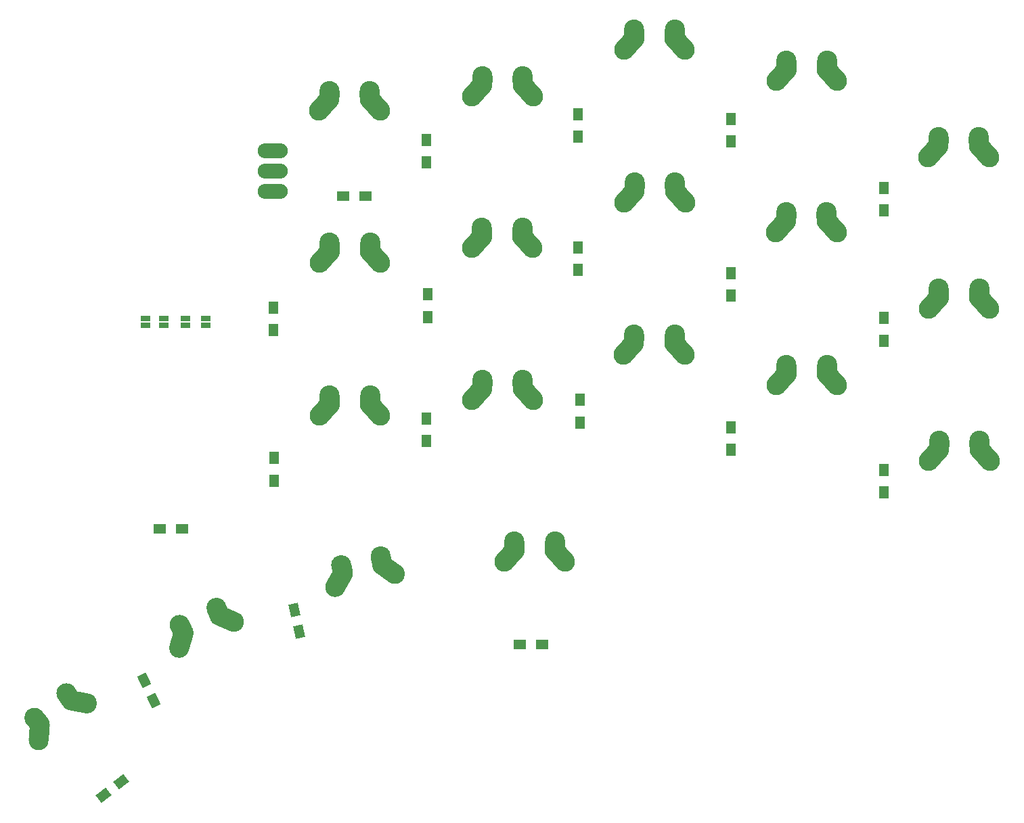
<source format=gbr>
%TF.GenerationSoftware,KiCad,Pcbnew,(5.99.0-11550-g369d813a32)*%
%TF.CreationDate,2022-01-17T19:26:53+05:30*%
%TF.ProjectId,Pteron36v0,50746572-6f6e-4333-9676-302e6b696361,rev?*%
%TF.SameCoordinates,Original*%
%TF.FileFunction,Paste,Bot*%
%TF.FilePolarity,Positive*%
%FSLAX46Y46*%
G04 Gerber Fmt 4.6, Leading zero omitted, Abs format (unit mm)*
G04 Created by KiCad (PCBNEW (5.99.0-11550-g369d813a32)) date 2022-01-17 19:26:53*
%MOMM*%
%LPD*%
G01*
G04 APERTURE LIST*
G04 Aperture macros list*
%AMHorizOval*
0 Thick line with rounded ends*
0 $1 width*
0 $2 $3 position (X,Y) of the first rounded end (center of the circle)*
0 $4 $5 position (X,Y) of the second rounded end (center of the circle)*
0 Add line between two ends*
20,1,$1,$2,$3,$4,$5,0*
0 Add two circle primitives to create the rounded ends*
1,1,$1,$2,$3*
1,1,$1,$4,$5*%
%AMRotRect*
0 Rectangle, with rotation*
0 The origin of the aperture is its center*
0 $1 length*
0 $2 width*
0 $3 Rotation angle, in degrees counterclockwise*
0 Add horizontal line*
21,1,$1,$2,0,0,$3*%
G04 Aperture macros list end*
%ADD10HorizOval,2.500000X-0.964041X0.180415X0.964041X-0.180415X0*%
%ADD11HorizOval,2.500000X-0.160675X0.242247X0.160675X-0.242247X0*%
%ADD12HorizOval,2.500000X-0.192407X0.217898X0.192407X-0.217898X0*%
%ADD13HorizOval,2.500000X0.075244X0.977887X-0.075244X-0.977887X0*%
%ADD14HorizOval,2.500000X-0.654995X0.730004X0.654995X-0.730004X0*%
%ADD15HorizOval,2.500000X-0.019999X-0.290000X0.019999X0.290000X0*%
%ADD16HorizOval,2.500000X-0.019999X0.290000X0.019999X-0.290000X0*%
%ADD17HorizOval,2.500000X0.654995X0.730004X-0.654995X-0.730004X0*%
%ADD18HorizOval,2.500000X-0.797471X0.570933X0.797471X-0.570933X0*%
%ADD19HorizOval,2.500000X-0.043243X0.287455X0.043243X-0.287455X0*%
%ADD20HorizOval,2.500000X0.481468X0.854467X-0.481468X-0.854467X0*%
%ADD21HorizOval,2.500000X-0.082293X0.278797X0.082293X-0.278797X0*%
%ADD22R,1.200000X1.600000*%
%ADD23R,1.600000X1.200000*%
%ADD24HorizOval,2.500000X-0.902141X0.384796X0.902141X-0.384796X0*%
%ADD25HorizOval,2.500000X-0.104434X0.271281X0.104434X-0.271281X0*%
%ADD26HorizOval,2.500000X-0.140685X0.254377X0.140685X-0.254377X0*%
%ADD27HorizOval,2.500000X0.285114X0.938422X-0.285114X-0.938422X0*%
%ADD28RotRect,1.600000X1.200000X37.500000*%
%ADD29RotRect,1.600000X1.200000X115.000000*%
%ADD30RotRect,1.600000X1.200000X102.500000*%
%ADD31R,1.270000X0.635000*%
%ADD32O,3.759200X1.879600*%
G04 APERTURE END LIST*
D10*
%TO.C,SW20*%
X118683603Y-140508084D03*
D11*
X117254506Y-139688751D03*
D12*
X113256005Y-142756908D03*
D13*
X113677543Y-144349369D03*
%TD*%
D14*
%TO.C,SW27*%
X155689645Y-84864727D03*
D15*
X155054645Y-83344727D03*
D16*
X150014645Y-83344727D03*
D17*
X149379645Y-84864727D03*
%TD*%
D15*
%TO.C,SW19*%
X193134760Y-94810009D03*
D14*
X193769760Y-96330009D03*
D16*
X188094760Y-94810009D03*
D17*
X187459760Y-96330009D03*
%TD*%
D15*
%TO.C,SW26*%
X155011001Y-64309832D03*
D14*
X155646001Y-65829832D03*
D17*
X149336001Y-65829832D03*
D16*
X149971001Y-64309832D03*
%TD*%
D15*
%TO.C,SW23*%
X174097782Y-81459207D03*
D14*
X174732782Y-82979207D03*
D17*
X168422782Y-82979207D03*
D16*
X169057782Y-81459207D03*
%TD*%
D14*
%TO.C,SW28*%
X155709023Y-103990179D03*
D15*
X155074023Y-102470179D03*
D16*
X150034023Y-102470179D03*
D17*
X149399023Y-103990179D03*
%TD*%
D14*
%TO.C,SW22*%
X174779694Y-63968582D03*
D15*
X174144694Y-62448582D03*
D16*
X169104694Y-62448582D03*
D17*
X168469694Y-63968582D03*
%TD*%
D15*
%TO.C,SW24*%
X174141427Y-100494103D03*
D14*
X174776427Y-102014103D03*
D16*
X169101427Y-100494103D03*
D17*
X168466427Y-102014103D03*
%TD*%
D15*
%TO.C,SW12*%
X212222729Y-60519418D03*
D14*
X212857729Y-62039418D03*
D16*
X207182729Y-60519418D03*
D17*
X206547729Y-62039418D03*
%TD*%
D18*
%TO.C,SW10*%
X157377854Y-123938379D03*
D19*
X156428918Y-122591848D03*
D20*
X151217427Y-125304113D03*
D21*
X151508386Y-123682704D03*
%TD*%
D15*
%TO.C,SW9*%
X231297191Y-108141435D03*
D14*
X231932191Y-109661435D03*
D17*
X225622191Y-109661435D03*
D16*
X226257191Y-108141435D03*
%TD*%
D15*
%TO.C,SW8*%
X231253550Y-89106534D03*
D14*
X231888550Y-90626534D03*
D16*
X226213550Y-89106534D03*
D17*
X225578550Y-90626534D03*
%TD*%
D22*
%TO.C,D22*%
X162114161Y-70181297D03*
X162114161Y-72981297D03*
%TD*%
%TO.C,D19*%
X181289170Y-102741131D03*
X181289170Y-105541131D03*
%TD*%
D23*
%TO.C,D26*%
X151718369Y-77212943D03*
X154518369Y-77212943D03*
%TD*%
D22*
%TO.C,D28*%
X143092015Y-110021782D03*
X143092015Y-112821782D03*
%TD*%
%TO.C,D27*%
X142999847Y-91168004D03*
X142999847Y-93968004D03*
%TD*%
%TO.C,D14*%
X200213177Y-106207103D03*
X200213177Y-109007103D03*
%TD*%
%TO.C,D24*%
X162104377Y-105108300D03*
X162104377Y-107908300D03*
%TD*%
%TO.C,D9*%
X219320188Y-111531435D03*
X219320188Y-114331435D03*
%TD*%
D15*
%TO.C,SW17*%
X193162292Y-56673929D03*
D14*
X193797292Y-58193929D03*
D16*
X188122292Y-56673929D03*
D17*
X187487292Y-58193929D03*
%TD*%
D22*
%TO.C,D13*%
X200242334Y-86900540D03*
X200242334Y-89700540D03*
%TD*%
D24*
%TO.C,SW15*%
X137132048Y-130172686D03*
D25*
X135914163Y-129063461D03*
D26*
X131346372Y-131193457D03*
D27*
X131413246Y-132839407D03*
%TD*%
D15*
%TO.C,SW14*%
X212195192Y-98655490D03*
D14*
X212830192Y-100175490D03*
D16*
X207155192Y-98655490D03*
D17*
X206520192Y-100175490D03*
%TD*%
D15*
%TO.C,SW7*%
X231209902Y-70071632D03*
D14*
X231844902Y-71591632D03*
D16*
X226169902Y-70071632D03*
D17*
X225534902Y-71591632D03*
%TD*%
D22*
%TO.C,D17*%
X181083769Y-66999142D03*
X181083769Y-69799142D03*
%TD*%
%TO.C,D8*%
X219320189Y-92496535D03*
X219320189Y-95296535D03*
%TD*%
D15*
%TO.C,SW18*%
X193181675Y-75799380D03*
D14*
X193816675Y-77319380D03*
D17*
X187506675Y-77319380D03*
D16*
X188141675Y-75799380D03*
%TD*%
D22*
%TO.C,D23*%
X162266117Y-89536384D03*
X162266117Y-92336384D03*
%TD*%
%TO.C,D18*%
X181083770Y-83636143D03*
X181083770Y-86436143D03*
%TD*%
%TO.C,D12*%
X200242333Y-67557942D03*
X200242333Y-70357942D03*
%TD*%
%TO.C,D7*%
X219320190Y-76192116D03*
X219320190Y-78992116D03*
%TD*%
D23*
%TO.C,D_RE1*%
X128769999Y-118884001D03*
X131569999Y-118884001D03*
%TD*%
D15*
%TO.C,SW13*%
X212175820Y-79530046D03*
D14*
X212810820Y-81050046D03*
D16*
X207135820Y-79530046D03*
D17*
X206500820Y-81050046D03*
%TD*%
D14*
%TO.C,SW25*%
X178811513Y-122220813D03*
D15*
X178176513Y-120700813D03*
D16*
X173136513Y-120700813D03*
D17*
X172501513Y-122220813D03*
%TD*%
D23*
%TO.C,D25*%
X176548514Y-133364814D03*
X173748514Y-133364814D03*
%TD*%
D28*
%TO.C,D20*%
X123935209Y-150546547D03*
X121713819Y-152251079D03*
%TD*%
D29*
%TO.C,D15*%
X126771101Y-137869312D03*
X127954433Y-140406974D03*
%TD*%
D30*
%TO.C,D10*%
X145601754Y-129008327D03*
X146207784Y-131741955D03*
%TD*%
D31*
%TO.C,JP5*%
X134500169Y-92511363D03*
X134500169Y-93410523D03*
%TD*%
%TO.C,JP6*%
X131960168Y-92511364D03*
X131960168Y-93410524D03*
%TD*%
%TO.C,JP7*%
X129293169Y-92511364D03*
X129293169Y-93410524D03*
%TD*%
%TO.C,JP8*%
X127007168Y-92511364D03*
X127007168Y-93410524D03*
%TD*%
D32*
%TO.C,PWM_PAD1*%
X142856770Y-71574144D03*
X142856770Y-74114144D03*
X142856770Y-76654144D03*
%TD*%
M02*

</source>
